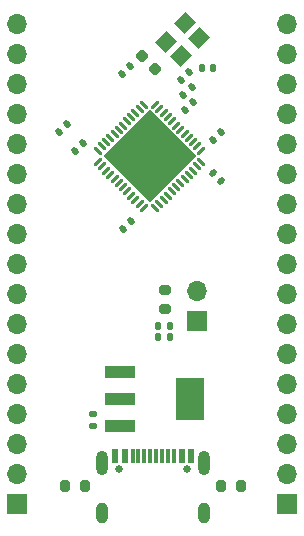
<source format=gbr>
%TF.GenerationSoftware,KiCad,Pcbnew,8.0.5*%
%TF.CreationDate,2024-10-18T17:30:21-04:00*%
%TF.ProjectId,STM32F4Example,53544d33-3246-4344-9578-616d706c652e,rev?*%
%TF.SameCoordinates,Original*%
%TF.FileFunction,Soldermask,Top*%
%TF.FilePolarity,Negative*%
%FSLAX46Y46*%
G04 Gerber Fmt 4.6, Leading zero omitted, Abs format (unit mm)*
G04 Created by KiCad (PCBNEW 8.0.5) date 2024-10-18 17:30:21*
%MOMM*%
%LPD*%
G01*
G04 APERTURE LIST*
G04 Aperture macros list*
%AMRoundRect*
0 Rectangle with rounded corners*
0 $1 Rounding radius*
0 $2 $3 $4 $5 $6 $7 $8 $9 X,Y pos of 4 corners*
0 Add a 4 corners polygon primitive as box body*
4,1,4,$2,$3,$4,$5,$6,$7,$8,$9,$2,$3,0*
0 Add four circle primitives for the rounded corners*
1,1,$1+$1,$2,$3*
1,1,$1+$1,$4,$5*
1,1,$1+$1,$6,$7*
1,1,$1+$1,$8,$9*
0 Add four rect primitives between the rounded corners*
20,1,$1+$1,$2,$3,$4,$5,0*
20,1,$1+$1,$4,$5,$6,$7,0*
20,1,$1+$1,$6,$7,$8,$9,0*
20,1,$1+$1,$8,$9,$2,$3,0*%
%AMRotRect*
0 Rectangle, with rotation*
0 The origin of the aperture is its center*
0 $1 length*
0 $2 width*
0 $3 Rotation angle, in degrees counterclockwise*
0 Add horizontal line*
21,1,$1,$2,0,0,$3*%
G04 Aperture macros list end*
%ADD10RoundRect,0.140000X0.140000X0.170000X-0.140000X0.170000X-0.140000X-0.170000X0.140000X-0.170000X0*%
%ADD11RoundRect,0.140000X-0.021213X0.219203X-0.219203X0.021213X0.021213X-0.219203X0.219203X-0.021213X0*%
%ADD12R,1.700000X1.700000*%
%ADD13O,1.700000X1.700000*%
%ADD14RoundRect,0.140000X0.021213X-0.219203X0.219203X-0.021213X-0.021213X0.219203X-0.219203X0.021213X0*%
%ADD15R,2.500000X1.100000*%
%ADD16R,2.340000X3.600000*%
%ADD17RoundRect,0.140000X-0.219203X-0.021213X-0.021213X-0.219203X0.219203X0.021213X0.021213X0.219203X0*%
%ADD18RoundRect,0.218750X0.335876X0.026517X0.026517X0.335876X-0.335876X-0.026517X-0.026517X-0.335876X0*%
%ADD19RotRect,1.400000X1.200000X225.000000*%
%ADD20RoundRect,0.140000X0.170000X-0.140000X0.170000X0.140000X-0.170000X0.140000X-0.170000X-0.140000X0*%
%ADD21C,0.650000*%
%ADD22O,1.000000X2.100000*%
%ADD23O,1.000000X1.800000*%
%ADD24R,0.600000X1.240000*%
%ADD25R,0.300000X1.240000*%
%ADD26RoundRect,0.140000X-0.140000X-0.170000X0.140000X-0.170000X0.140000X0.170000X-0.140000X0.170000X0*%
%ADD27RoundRect,0.200000X-0.200000X-0.275000X0.200000X-0.275000X0.200000X0.275000X-0.200000X0.275000X0*%
%ADD28RoundRect,0.062500X0.220971X0.309359X-0.309359X-0.220971X-0.220971X-0.309359X0.309359X0.220971X0*%
%ADD29RoundRect,0.062500X-0.220971X0.309359X-0.309359X0.220971X0.220971X-0.309359X0.309359X-0.220971X0*%
%ADD30RotRect,5.600000X5.600000X225.000000*%
%ADD31RoundRect,0.200000X0.200000X0.275000X-0.200000X0.275000X-0.200000X-0.275000X0.200000X-0.275000X0*%
%ADD32RoundRect,0.200000X-0.275000X0.200000X-0.275000X-0.200000X0.275000X-0.200000X0.275000X0.200000X0*%
G04 APERTURE END LIST*
D10*
%TO.C,C12*%
X107980000Y-100400000D03*
X107020000Y-100400000D03*
%TD*%
%TO.C,C10*%
X107980000Y-99400000D03*
X107020000Y-99400000D03*
%TD*%
D11*
%TO.C,C2*%
X104739411Y-90560589D03*
X104060589Y-91239411D03*
%TD*%
D12*
%TO.C,J3*%
X95089776Y-114480951D03*
D13*
X95089776Y-111940951D03*
X95089776Y-109400951D03*
X95089776Y-106860951D03*
X95089776Y-104320951D03*
X95089776Y-101780951D03*
X95089776Y-99240951D03*
X95089776Y-96700951D03*
X95089776Y-94160951D03*
X95089776Y-91620951D03*
X95089776Y-89080951D03*
X95089776Y-86540951D03*
X95089776Y-84000951D03*
X95089776Y-81460951D03*
X95089776Y-78920951D03*
X95089776Y-76380951D03*
X95089776Y-73840951D03*
%TD*%
D12*
%TO.C,J1*%
X110300000Y-98975000D03*
D13*
X110300000Y-96435000D03*
%TD*%
D14*
%TO.C,C1*%
X109260589Y-81139411D03*
X109939411Y-80460589D03*
%TD*%
%TO.C,C7*%
X109160589Y-79839411D03*
X109839411Y-79160589D03*
%TD*%
D11*
%TO.C,C8*%
X109639411Y-77960589D03*
X108960589Y-78639411D03*
%TD*%
D15*
%TO.C,U2*%
X103759999Y-103300000D03*
X103760000Y-105600000D03*
X103759999Y-107900000D03*
D16*
X109700000Y-105600000D03*
%TD*%
D17*
%TO.C,C4*%
X111660589Y-86460589D03*
X112339411Y-87139411D03*
%TD*%
D11*
%TO.C,C6*%
X104639411Y-77460589D03*
X103960589Y-78139411D03*
%TD*%
D18*
%TO.C,L1*%
X106756847Y-77656847D03*
X105643153Y-76543153D03*
%TD*%
D11*
%TO.C,C13*%
X99339411Y-82360589D03*
X98660589Y-83039411D03*
%TD*%
D19*
%TO.C,X1*%
X109276777Y-73821142D03*
X107721142Y-75376777D03*
X108923223Y-76578858D03*
X110478858Y-75023223D03*
%TD*%
D20*
%TO.C,C11*%
X101500000Y-107860000D03*
X101500000Y-106900000D03*
%TD*%
D14*
%TO.C,C5*%
X111621178Y-83678822D03*
X112300000Y-83000000D03*
%TD*%
D21*
%TO.C,U3*%
X103700000Y-111552500D03*
X109490000Y-111552500D03*
D22*
X102280000Y-111052500D03*
X110920000Y-111052500D03*
D23*
X110920000Y-115232500D03*
X102280000Y-115232500D03*
D24*
X103400000Y-110432500D03*
X104200000Y-110432500D03*
D25*
X105350000Y-110432500D03*
X106350000Y-110432500D03*
X106850000Y-110432500D03*
X107850000Y-110432500D03*
D24*
X109800000Y-110432500D03*
X109000000Y-110432500D03*
D25*
X108350000Y-110432500D03*
X107350000Y-110432500D03*
X105850000Y-110432500D03*
X104850000Y-110432500D03*
%TD*%
D26*
%TO.C,C9*%
X110720000Y-77600000D03*
X111680000Y-77600000D03*
%TD*%
D27*
%TO.C,R1*%
X112375000Y-113000000D03*
X114025000Y-113000000D03*
%TD*%
D28*
%TO.C,U4*%
X110661359Y-84589087D03*
X110307806Y-84235534D03*
X109954252Y-83881980D03*
X109600699Y-83528427D03*
X109247146Y-83174874D03*
X108893592Y-82821320D03*
X108540039Y-82467767D03*
X108186485Y-82114213D03*
X107832932Y-81760660D03*
X107479379Y-81407107D03*
X107125825Y-81053553D03*
X106772272Y-80700000D03*
D29*
X105800000Y-80700000D03*
X105446447Y-81053553D03*
X105092893Y-81407107D03*
X104739340Y-81760660D03*
X104385787Y-82114213D03*
X104032233Y-82467767D03*
X103678680Y-82821320D03*
X103325126Y-83174874D03*
X102971573Y-83528427D03*
X102618020Y-83881980D03*
X102264466Y-84235534D03*
X101910913Y-84589087D03*
D28*
X101910913Y-85561359D03*
X102264466Y-85914912D03*
X102618020Y-86268466D03*
X102971573Y-86622019D03*
X103325126Y-86975572D03*
X103678680Y-87329126D03*
X104032233Y-87682679D03*
X104385787Y-88036233D03*
X104739340Y-88389786D03*
X105092893Y-88743339D03*
X105446447Y-89096893D03*
X105800000Y-89450446D03*
D29*
X106772272Y-89450446D03*
X107125825Y-89096893D03*
X107479379Y-88743339D03*
X107832932Y-88389786D03*
X108186485Y-88036233D03*
X108540039Y-87682679D03*
X108893592Y-87329126D03*
X109247146Y-86975572D03*
X109600699Y-86622019D03*
X109954252Y-86268466D03*
X110307806Y-85914912D03*
X110661359Y-85561359D03*
D30*
X106286136Y-85075223D03*
%TD*%
D31*
%TO.C,R3*%
X100800000Y-113000000D03*
X99150000Y-113000000D03*
%TD*%
D32*
%TO.C,R2*%
X107600000Y-96375000D03*
X107600000Y-98025000D03*
%TD*%
D11*
%TO.C,C3*%
X100639411Y-83960589D03*
X99960589Y-84639411D03*
%TD*%
D12*
%TO.C,J2*%
X117929776Y-114470951D03*
D13*
X117929776Y-111930951D03*
X117929776Y-109390951D03*
X117929776Y-106850951D03*
X117929776Y-104310951D03*
X117929776Y-101770951D03*
X117929776Y-99230951D03*
X117929776Y-96690951D03*
X117929776Y-94150951D03*
X117929776Y-91610951D03*
X117929776Y-89070951D03*
X117929776Y-86530951D03*
X117929776Y-83990951D03*
X117929776Y-81450951D03*
X117929776Y-78910951D03*
X117929776Y-76370951D03*
X117929776Y-73830951D03*
%TD*%
M02*

</source>
